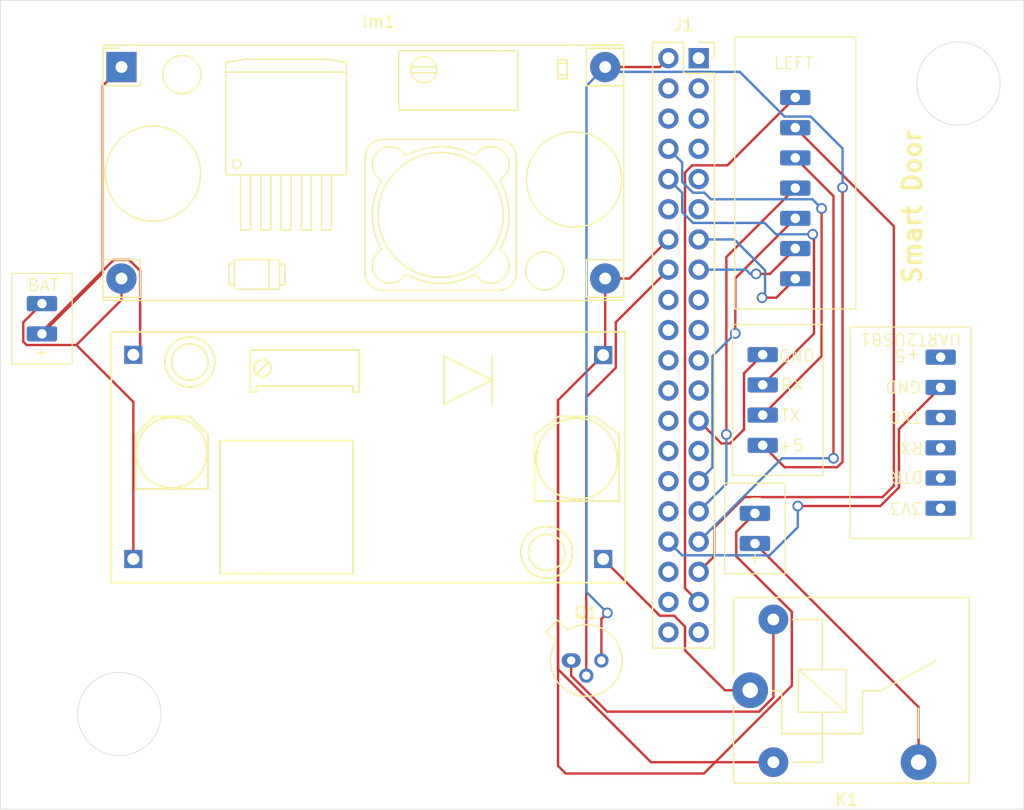
<source format=kicad_pcb>
(kicad_pcb (version 20241229) (generator "pcbnew") (generator_version "9.0")
  (layers (0 "F.Cu" signal) (2 "B.Cu" signal) (13 "F.Paste" user) (15 "B.Paste" user) (5 "F.SilkS" user "F.Silkscreen") (7 "B.SilkS" user "B.Silkscreen") (1 "F.Mask" user) (3 "B.Mask" user) (25 "Edge.Cuts" user))
  (net 0 "")
  (net 1 "GND1")
  (net 2 "+7.5V")
  (net 3 "/GPIO14{slash}TXD0")
  (net 4 "+5V")
  (net 5 "/GPIO15{slash}RXD0")
  (net 6 "GND")
  (net 7 "/GPIO24")
  (net 8 "/GPIO18{slash}PCM.CLK")
  (net 9 "/ID_SDA")
  (net 10 "/GPIO20{slash}PCM.DIN")
  (net 11 "/GPIO2{slash}SDA1")
  (net 12 "/GPIO27")
  (net 13 "/GPIO26")
  (net 14 "/GPIO13{slash}PWM1")
  (net 15 "/GPIO7{slash}SPI0.CE1")
  (net 16 "/GPIO22")
  (net 17 "/GPIO10{slash}SPI0.MOSI")
  (net 18 "/ID_SCL")
  (net 19 "/GPIO8{slash}SPI0.CE0")
  (net 20 "+3V3")
  (net 21 "/GPIO6")
  (net 22 "/GPIO5")
  (net 23 "/GPIO17")
  (net 24 "/GPIO23")
  (net 25 "/GPIO9{slash}SPI0.MISO")
  (net 26 "/GPIO3{slash}SCL1")
  (net 27 "/GPIO25")
  (net 28 "/GPIO21{slash}PCM.DOUT")
  (net 29 "/GPIO19{slash}PCM.FS")
  (net 30 "/GPIO16")
  (net 31 "/GPIO4{slash}GPCLK0")
  (net 32 "/GPIO12{slash}PWM0")
  (net 33 "/GPIO11{slash}SPI0.SCLK")
  (net 34 "Net-(Solenoid1-+)")
  (net 35 "Net-(Q1-E)")
  (net 36 "Net-(lm2-+OUT)")
  (net 37 "Net-(Fingerprint1-VIN_(3.3))")
  (net 39 "Net-(Fingerprint1-TX)")
  (net 41 "Net-(Fingerprint1-RX)")
  (footprint "Door:LM2596" (layer "F.Cu") (at 50.18 55.61)
    (property "Reference" "lm1" (at 21.59 -3.81 0) (layer "F.SilkS"))
    (property "Value" "~")
    (fp_line (start -1.555 -1.835) (end -1.555 19.615) (stroke (width 0.12)) (layer "F.SilkS"))
    (fp_line (start -1.555 19.615) (end 42.195 19.615) (stroke (width 0.12)) (layer "F.SilkS"))
    (fp_line (start -1.55 -1.58) (end -0.25 -1.58) (stroke (width 0.12)) (layer "F.SilkS"))
    (fp_line (start -1.55 1.575) (end 1.58 1.58) (stroke (width 0.12)) (layer "F.SilkS"))
    (fp_line (start -1.55 16.2) (end 1.58 16.2) (stroke (width 0.12)) (layer "F.SilkS"))
    (fp_line (start -1.55 19.36) (end 1.58 19.36) (stroke (width 0.12)) (layer "F.SilkS"))
    (fp_line (start 1.58 1.27) (end 1.58 1.58) (stroke (width 0.12)) (layer "F.SilkS"))
    (fp_line (start 1.58 16.2) (end 1.58 19.36) (stroke (width 0.12)) (layer "F.SilkS"))
    (fp_line (start 8.749233 1.004149) (end 8.749233 1.165687) (stroke (width 0.12)) (layer "F.SilkS"))
    (fp_line (start 8.750233 -0.36239) (end 10.400233 -0.653329) (stroke (width 0.12)) (layer "F.SilkS"))
    (fp_line (start 8.750233 8.989106) (end 8.750233 -0.36239) (stroke (width 0.12)) (layer "F.SilkS"))
    (fp_line (start 8.750233 8.989106) (end 8.827797 9.06667) (stroke (width 0.12)) (layer "F.SilkS"))
    (fp_line (start 8.827797 9.06667) (end 18.83267 9.06667) (stroke (width 0.12)) (layer "F.SilkS"))
    (fp_line (start 9.031636 16.558217) (end 9.481636 16.558217) (stroke (width 0.12)) (layer "F.SilkS"))
    (fp_line (start 9.031636 18.308217) (end 9.031636 16.558217) (stroke (width 0.12)) (layer "F.SilkS"))
    (fp_line (start 9.481636 18.308217) (end 9.031636 18.308217) (stroke (width 0.12)) (layer "F.SilkS"))
    (fp_line (start 9.481636 18.583217) (end 9.481636 16.283217) (stroke (width 0.12)) (layer "F.SilkS"))
    (fp_line (start 9.581636 16.183217) (end 13.181636 16.183217) (stroke (width 0.12)) (layer "F.SilkS"))
    (fp_line (start 10.010233 13.69667) (end 10.010233 9.06667) (stroke (width 0.12)) (layer "F.SilkS"))
    (fp_line (start 10.010233 13.69667) (end 10.850233 13.69667) (stroke (width 0.12)) (layer "F.SilkS"))
    (fp_line (start 10.400233 -0.653329) (end 17.260233 -0.653329) (stroke (width 0.12)) (layer "F.SilkS"))
    (fp_line (start 10.850233 13.69667) (end 10.850233 9.06667) (stroke (width 0.12)) (layer "F.SilkS"))
    (fp_line (start 11.710233 13.69667) (end 11.710233 9.06667) (stroke (width 0.12)) (layer "F.SilkS"))
    (fp_line (start 11.710233 13.69667) (end 12.550233 13.69667) (stroke (width 0.12)) (layer "F.SilkS"))
    (fp_line (start 12.411358 16.283217) (end 12.411358 18.583217) (stroke (width 0.12)) (layer "F.SilkS"))
    (fp_line (start 12.550233 13.69667) (end 12.550233 9.06667) (stroke (width 0.12)) (layer "F.SilkS"))
    (fp_line (start 13.181636 18.683217) (end 9.581636 18.683217) (stroke (width 0.12)) (layer "F.SilkS"))
    (fp_line (start 13.281636 16.283217) (end 13.281636 18.583217) (stroke (width 0.12)) (layer "F.SilkS"))
    (fp_line (start 13.281636 16.558217) (end 13.731636 16.558217) (stroke (width 0.12)) (layer "F.SilkS"))
    (fp_line (start 13.282636 16.794696) (end 13.282636 16.700144) (stroke (width 0.12)) (layer "F.SilkS"))
    (fp_line (start 13.410233 13.69667) (end 13.410233 9.06667) (stroke (width 0.12)) (layer "F.SilkS"))
    (fp_line (start 13.410233 13.69667) (end 14.250233 13.69667) (stroke (width 0.12)) (layer "F.SilkS"))
    (fp_line (start 13.731636 16.558217) (end 13.731636 18.308217) (stroke (width 0.12)) (layer "F.SilkS"))
    (fp_line (start 13.731636 18.308217) (end 13.281636 18.308217) (stroke (width 0.12)) (layer "F.SilkS"))
    (fp_line (start 14.250233 13.69667) (end 14.250233 9.06667) (stroke (width 0.12)) (layer "F.SilkS"))
    (fp_line (start 15.110233 13.69667) (end 15.110233 9.06667) (stroke (width 0.12)) (layer "F.SilkS"))
    (fp_line (start 15.110233 13.69667) (end 15.950233 13.69667) (stroke (width 0.12)) (layer "F.SilkS"))
    (fp_line (start 15.950233 13.69667) (end 15.950233 9.06667) (stroke (width 0.12)) (layer "F.SilkS"))
    (fp_line (start 16.810233 13.69667) (end 16.810233 9.06667) (stroke (width 0.12)) (layer "F.SilkS"))
    (fp_line (start 16.810233 13.69667) (end 17.650233 13.69667) (stroke (width 0.12)) (layer "F.SilkS"))
    (fp_line (start 17.260233 -0.653329) (end 18.910233 -0.36239) (stroke (width 0.12)) (layer "F.SilkS"))
    (fp_line (start 17.650233 13.69667) (end 17.650233 9.06667) (stroke (width 0.12)) (layer "F.SilkS"))
    (fp_line (start 18.83267 9.06667) (end 18.910233 8.989106) (stroke (width 0.12)) (layer "F.SilkS"))
    (fp_line (start 18.910233 0.42667) (end 8.750233 0.42667) (stroke (width 0.12)) (layer "F.SilkS"))
    (fp_line (start 18.910233 8.989106) (end 18.910233 -0.36239) (stroke (width 0.12)) (layer "F.SilkS"))
    (fp_line (start 20.467397 7.585796) (end 20.467397 17.285796) (stroke (width 0.12)) (layer "F.SilkS"))
    (fp_line (start 21.967397 18.785796) (end 31.667397 18.785796) (stroke (width 0.12)) (layer "F.SilkS"))
    (fp_line (start 23.299783 3.582294) (end 23.299783 -1.317705) (stroke (width 0.12)) (layer "F.SilkS"))
    (fp_line (start 23.349783 -1.367705) (end 33.249783 -1.367705) (stroke (width 0.12)) (layer "F.SilkS"))
    (fp_line (start 24.336385 -0.0491) (end 24.360553 -0.017705) (stroke (width 0.12)) (layer "F.SilkS"))
    (fp_line (start 24.348594 0.007294) (end 24.324147 0.002062) (stroke (width 0.12)) (layer "F.SilkS"))
    (fp_line (start 24.348594 0.007294) (end 24.355764 -0.023925) (stroke (width 0.12)) (layer "F.SilkS"))
    (fp_line (start 24.348594 0.007294) (end 24.360553 -0.017705) (stroke (width 0.12)) (layer "F.SilkS"))
    (fp_line (start 24.360553 0.482294) (end 26.439014 0.482294) (stroke (width 0.12)) (layer "F.SilkS"))
    (fp_line (start 26.439014 -0.017705) (end 24.360553 -0.017705) (stroke (width 0.12)) (layer "F.SilkS"))
    (fp_line (start 31.667397 6.085796) (end 21.967397 6.085796) (stroke (width 0.12)) (layer "F.SilkS"))
    (fp_line (start 31.858978 -1.368705) (end 31.814106 -1.368705) (stroke (width 0.12)) (layer "F.SilkS"))
    (fp_line (start 31.942312 -1.368705) (end 31.908357 -1.368705) (stroke (width 0.12)) (layer "F.SilkS"))
    (fp_line (start 33.167397 17.285796) (end 33.167397 7.585796) (stroke (width 0.12)) (layer "F.SilkS"))
    (fp_line (start 33.249783 3.632294) (end 23.349783 3.632294) (stroke (width 0.12)) (layer "F.SilkS"))
    (fp_line (start 33.299783 -1.317705) (end 33.299783 3.582294) (stroke (width 0.12)) (layer "F.SilkS"))
    (fp_line (start 36.648681 -0.299704) (end 37.448681 -0.299704) (stroke (width 0.12)) (layer "F.SilkS"))
    (fp_line (start 36.648681 0.980295) (end 36.648681 -0.619704) (stroke (width 0.12)) (layer "F.SilkS"))
    (fp_line (start 37.448681 -0.619704) (end 36.648681 -0.619704) (stroke (width 0.12)) (layer "F.SilkS"))
    (fp_line (start 37.448681 -0.619704) (end 37.448681 0.980295) (stroke (width 0.12)) (layer "F.SilkS"))
    (fp_line (start 37.448681 0.660295) (end 36.648681 0.660295) (stroke (width 0.12)) (layer "F.SilkS"))
    (fp_line (start 37.448681 0.980295) (end 36.648681 0.980295) (stroke (width 0.12)) (layer "F.SilkS"))
    (fp_line (start 39.06 -1.58) (end 42.175 -1.58) (stroke (width 0.12)) (layer "F.SilkS"))
    (fp_line (start 39.06 1.58) (end 39.06 -1.58) (stroke (width 0.12)) (layer "F.SilkS"))
    (fp_line (start 39.06 1.58) (end 42.22 1.58) (stroke (width 0.12)) (layer "F.SilkS"))
    (fp_line (start 39.06 16.2) (end 42.175 16.2) (stroke (width 0.12)) (layer "F.SilkS"))
    (fp_line (start 39.06 19.36) (end 39.06 16.2) (stroke (width 0.12)) (layer "F.SilkS"))
    (fp_line (start 39.06 19.36) (end 42.175 19.36) (stroke (width 0.12)) (layer "F.SilkS"))
    (fp_line (start 42.195 -1.835) (end -1.555 -1.835) (stroke (width 0.12)) (layer "F.SilkS"))
    (fp_line (start 42.195 19.615) (end 42.195 -1.835) (stroke (width 0.12)) (layer "F.SilkS"))
    (fp_arc (start 9.481636 16.283217) (mid 9.510925 16.212506) (end 9.581636 16.183217) (stroke (width 0.12)) (layer "F.SilkS"))
    (fp_arc (start 9.581636 18.683217) (mid 9.510925 18.653928) (end 9.481636 18.583217) (stroke (width 0.12)) (layer "F.SilkS"))
    (fp_arc (start 13.181636 16.183217) (mid 13.252347 16.212506) (end 13.281636 16.283217) (stroke (width 0.12)) (layer "F.SilkS"))
    (fp_arc (start 13.281636 18.583217) (mid 13.252347 18.653928) (end 13.181636 18.683217) (stroke (width 0.12)) (layer "F.SilkS"))
    (fp_arc (start 20.467397 7.585796) (mid 20.906737 6.525136) (end 21.967397 6.085796) (stroke (width 0.12)) (layer "F.SilkS"))
    (fp_arc (start 21.781131 9.46601) (mid 21.825145 9.526245) (end 21.815218 9.600183) (stroke (width 0.12)) (layer "F.SilkS"))
    (fp_arc (start 21.781132 9.466011) (mid 21.514096 7.132496) (end 23.847611 7.399531) (stroke (width 0.12)) (layer "F.SilkS"))
    (fp_arc (start 21.815217 15.271409) (mid 21.825145 15.345347) (end 21.781132 15.405582) (stroke (width 0.12)) (layer "F.SilkS"))
    (fp_arc (start 21.815218 15.27141) (mid 21.067397 12.435796) (end 21.815218 9.600183) (stroke (width 0.12)) (layer "F.SilkS"))
    (fp_arc (start 21.967397 18.785796) (mid 20.906737 18.346456) (end 20.467397 17.285796) (stroke (width 0.12)) (layer "F.SilkS"))
    (fp_arc (start 23.299783 -1.317705) (mid 23.314428 -1.35306) (end 23.349783 -1.367705) (stroke (width 0.12)) (layer "F.SilkS"))
    (fp_arc (start 23.349783 3.632294) (mid 23.314428 3.617649) (end 23.299783 3.582294) (stroke (width 0.12)) (layer "F.SilkS"))
    (fp_arc (start 23.847611 17.472062) (mid 21.514095 17.739097) (end 21.781132 15.405582) (stroke (width 0.12)) (layer "F.SilkS"))
    (fp_arc (start 23.847611 17.472062) (mid 23.907845 17.428049) (end 23.981783 17.437976) (stroke (width 0.12)) (layer "F.SilkS"))
    (fp_arc (start 23.981783 7.433617) (mid 23.907845 7.443544) (end 23.847611 7.399531) (stroke (width 0.12)) (layer "F.SilkS"))
    (fp_arc (start 23.981784 7.433617) (mid 26.817397 6.685796) (end 29.653011 7.433617) (stroke (width 0.12)) (layer "F.SilkS"))
    (fp_arc (start 24.324148 0.462527) (mid 26.469605 -0.023594) (end 24.336385 0.51369) (stroke (width 0.12)) (layer "F.SilkS"))
    (fp_arc (start 29.653011 17.437976) (mid 26.817397 18.185797) (end 23.981783 17.437976) (stroke (width 0.12)) (layer "F.SilkS"))
    (fp_arc (start 29.653011 17.437976) (mid 29.726949 17.428049) (end 29.787183 17.472062) (stroke (width 0.12)) (layer "F.SilkS"))
    (fp_arc (start 29.787183 7.399531) (mid 29.726949 7.443544) (end 29.653011 7.433617) (stroke (width 0.12)) (layer "F.SilkS"))
    (fp_arc (start 29.787183 7.399531) (mid 32.120699 7.132496) (end 31.853662 9.466011) (stroke (width 0.12)) (layer "F.SilkS"))
    (fp_arc (start 31.667397 6.085796) (mid 32.728057 6.525136) (end 33.167397 7.585796) (stroke (width 0.12)) (layer "F.SilkS"))
    (fp_arc (start 31.819576 9.600183) (mid 32.567397 12.435796) (end 31.819576 15.27141) (stroke (width 0.12)) (layer "F.SilkS"))
    (fp_arc (start 31.819577 9.600184) (mid 31.809649 9.526246) (end 31.853662 9.466011) (stroke (width 0.12)) (layer "F.SilkS"))
    (fp_arc (start 31.853662 15.405582) (mid 32.120698 17.739097) (end 29.787183 17.472062) (stroke (width 0.12)) (layer "F.SilkS"))
    (fp_arc (start 31.853663 15.405583) (mid 31.809649 15.345348) (end 31.819576 15.27141) (stroke (width 0.12)) (layer "F.SilkS"))
    (fp_arc (start 33.167397 17.285796) (mid 32.728057 18.346456) (end 31.667397 18.785796) (stroke (width 0.12)) (layer "F.SilkS"))
    (fp_arc (start 33.249783 -1.367705) (mid 33.285138 -1.35306) (end 33.299783 -1.317705) (stroke (width 0.12)) (layer "F.SilkS"))
    (fp_arc (start 33.299783 3.582294) (mid 33.285138 3.617649) (end 33.249783 3.632294) (stroke (width 0.12)) (layer "F.SilkS"))
    (fp_circle (center 2.646666 8.957418) (end 6.646666 8.957418) (stroke (width 0.12)) (fill no) (layer "F.SilkS"))
    (fp_circle (center 5.08 0.635) (end 6.678999 0.635) (stroke (width 0.12)) (fill no) (layer "F.SilkS"))
    (fp_circle (center 9.673179 8.154594) (end 10.048179 8.154594) (stroke (width 0.12)) (fill no) (layer "F.SilkS"))
    (fp_circle (center 26.817397 12.435796) (end 32.067397 12.435796) (stroke (width 0.12)) (fill no) (layer "F.SilkS"))
    (fp_circle (center 35.56 17.145) (end 37.159 17.145) (stroke (width 0.12)) (fill no) (layer "F.SilkS"))
    (fp_circle (center 38.029307 9.455206) (end 42.029307 9.455206) (stroke (width 0.12)) (fill no) (layer "F.SilkS"))
    (pad "1" thru_hole rect (at 0 0) (size 2.54 2.54) (drill 1) (layers "*.Cu" "*.Mask") (net 2 "+7.5V"))
    (pad "2" thru_hole circle (at 0 17.78) (size 2.54 2.54) (drill 1) (layers "*.Cu" "*.Mask") (net 1 "GND1"))
    (pad "3" thru_hole circle (at 40.64 17.78) (size 2.54 2.54) (drill 1) (layers "*.Cu" "*.Mask") (net 6 "GND"))
    (pad "4" thru_hole circle (at 40.64 0) (size 2.54 2.54) (drill 1) (layers "*.Cu" "*.Mask") (net 4 "+5V"))
  )
  (footprint "Door:Keypad" (layer "F.Cu") (at 101.71 75.95)
    (property "Reference" "Keypad1" (hide yes))
    (property "Value" "~")
    (fp_rect (start 0 -22.86) (end 10.16 0) (stroke (width 0.1)) (fill no) (layer "F.SilkS"))
    (fp_text user "LEFT" (at 3.195485 -20.076868 0) (layer "F.SilkS") (effects (font (thickness 0.1)) (justify left bottom)))
    (pad "2" thru_hole roundrect (at 5.08 -17.78) (size 2.54 1.27) (drill 0.8) (layers "*.Cu" "*.Mask") (roundrect_rratio 0.15) (net 13 "/GPIO26"))
    (pad "3" thru_hole roundrect (at 5.08 -15.24) (size 2.54 1.27) (drill 0.8) (layers "*.Cu" "*.Mask") (roundrect_rratio 0.15) (net 29 "/GPIO19{slash}PCM.FS"))
    (pad "4" thru_hole roundrect (at 5.08 -12.7) (size 2.54 1.27) (drill 0.8) (layers "*.Cu" "*.Mask") (roundrect_rratio 0.15) (net 14 "/GPIO13{slash}PWM1"))
    (pad "5" thru_hole roundrect (at 5.08 -10.16) (size 2.54 1.27) (drill 0.8) (layers "*.Cu" "*.Mask") (roundrect_rratio 0.15) (net 21 "/GPIO6"))
    (pad "6" thru_hole roundrect (at 5.08 -7.62) (size 2.54 1.27) (drill 0.8) (layers "*.Cu" "*.Mask") (roundrect_rratio 0.15) (net 22 "/GPIO5"))
    (pad "7" thru_hole roundrect (at 5.08 -5.08) (size 2.54 1.27) (drill 0.8) (layers "*.Cu" "*.Mask") (roundrect_rratio 0.15) (net 16 "/GPIO22"))
    (pad "8" thru_hole roundrect (at 5.08 -2.54) (size 2.54 1.27) (drill 0.8) (layers "*.Cu" "*.Mask") (roundrect_rratio 0.15) (net 12 "/GPIO27"))
  )
  (footprint "Door:Battery" (layer "F.Cu") (at 48.58 83.12)
    (property "Reference" "Bat1" (hide yes))
    (property "Value" "~")
    (fp_rect (start -7.62 -10.16) (end -2.54 -2.54) (stroke (width 0.1)) (fill no) (layer "F.SilkS"))
    (fp_text user "+" (at -5.808039 -2.956447 0) (layer "F.SilkS") (effects (font (thickness 0.1)) (justify left bottom)))
    (fp_text user "BAT" (at -6.354274 -8.580186 0) (layer "F.SilkS") (effects (font (thickness 0.1)) (justify left bottom)))
    (pad "1" thru_hole roundrect (at -5.08 -5.08) (size 2.54 1.27) (drill 0.8) (layers "*.Cu" "*.Mask") (roundrect_rratio 0.15) (net 2 "+7.5V"))
    (pad "2" thru_hole roundrect (at -5.08 -7.62) (size 2.54 1.27) (drill 0.8) (layers "*.Cu" "*.Mask") (roundrect_rratio 0.15) (net 1 "GND1"))
  )
  (footprint "Connector_PinSocket_2.54mm:PinSocket_2x20_P2.54mm_Vertical" (layer "F.Cu") (at 98.675 54.865)
    (property "Reference" "J1" (at -1.27 -2.77 0) (layer "F.SilkS"))
    (property "Value" "GPIO")
    (fp_line (start -3.87 -1.33) (end -3.87 49.59) (stroke (width 0.12)) (layer "F.SilkS"))
    (fp_line (start -3.87 -1.33) (end -1.27 -1.33) (stroke (width 0.12)) (layer "F.SilkS"))
    (fp_line (start -3.87 49.59) (end 1.33 49.59) (stroke (width 0.12)) (layer "F.SilkS"))
    (fp_line (start -1.27 -1.33) (end -1.27 1.27) (stroke (width 0.12)) (layer "F.SilkS"))
    (fp_line (start -1.27 1.27) (end 1.33 1.27) (stroke (width 0.12)) (layer "F.SilkS"))
    (fp_line (start 0 -1.33) (end 1.33 -1.33) (stroke (width 0.12)) (layer "F.SilkS"))
    (fp_line (start 1.33 -1.33) (end 1.33 0) (stroke (width 0.12)) (layer "F.SilkS"))
    (fp_line (start 1.33 1.27) (end 1.33 49.59) (stroke (width 0.12)) (layer "F.SilkS"))
    (pad "1" thru_hole rect (at 0 0) (size 1.7 1.7) (drill 1) (layers "*.Cu" "*.Mask") (net 20 "+3V3"))
    (pad "2" thru_hole circle (at -2.54 0) (size 1.7 1.7) (drill 1) (layers "*.Cu" "*.Mask") (net 4 "+5V"))
    (pad "3" thru_hole circle (at 0 2.54) (size 1.7 1.7) (drill 1) (layers "*.Cu" "*.Mask") (net 11 "/GPIO2{slash}SDA1"))
    (pad "4" thru_hole circle (at -2.54 2.54) (size 1.7 1.7) (drill 1) (layers "*.Cu" "*.Mask") (net 4 "+5V"))
    (pad "5" thru_hole circle (at 0 5.08) (size 1.7 1.7) (drill 1) (layers "*.Cu" "*.Mask") (net 26 "/GPIO3{slash}SCL1"))
    (pad "6" thru_hole circle (at -2.54 5.08) (size 1.7 1.7) (drill 1) (layers "*.Cu" "*.Mask") (net 6 "GND"))
    (pad "7" thru_hole circle (at 0 7.62) (size 1.7 1.7) (drill 1) (layers "*.Cu" "*.Mask") (net 31 "/GPIO4{slash}GPCLK0"))
    (pad "8" thru_hole circle (at -2.54 7.62) (size 1.7 1.7) (drill 1) (layers "*.Cu" "*.Mask") (net 3 "/GPIO14{slash}TXD0"))
    (pad "9" thru_hole circle (at 0 10.16) (size 1.7 1.7) (drill 1) (layers "*.Cu" "*.Mask") (net 6 "GND"))
    (pad "10" thru_hole circle (at -2.54 10.16) (size 1.7 1.7) (drill 1) (layers "*.Cu" "*.Mask") (net 5 "/GPIO15{slash}RXD0"))
    (pad "11" thru_hole circle (at 0 12.7) (size 1.7 1.7) (drill 1) (layers "*.Cu" "*.Mask") (net 23 "/GPIO17"))
    (pad "12" thru_hole circle (at -2.54 12.7) (size 1.7 1.7) (drill 1) (layers "*.Cu" "*.Mask") (net 8 "/GPIO18{slash}PCM.CLK"))
    (pad "13" thru_hole circle (at 0 15.24) (size 1.7 1.7) (drill 1) (layers "*.Cu" "*.Mask") (net 12 "/GPIO27"))
    (pad "14" thru_hole circle (at -2.54 15.24) (size 1.7 1.7) (drill 1) (layers "*.Cu" "*.Mask") (net 6 "GND"))
    (pad "15" thru_hole circle (at 0 17.78) (size 1.7 1.7) (drill 1) (layers "*.Cu" "*.Mask") (net 16 "/GPIO22"))
    (pad "16" thru_hole circle (at -2.54 17.78) (size 1.7 1.7) (drill 1) (layers "*.Cu" "*.Mask") (net 24 "/GPIO23"))
    (pad "17" thru_hole circle (at 0 20.32) (size 1.7 1.7) (drill 1) (layers "*.Cu" "*.Mask") (net 20 "+3V3"))
    (pad "18" thru_hole circle (at -2.54 20.32) (size 1.7 1.7) (drill 1) (layers "*.Cu" "*.Mask") (net 7 "/GPIO24"))
    (pad "19" thru_hole circle (at 0 22.86) (size 1.7 1.7) (drill 1) (layers "*.Cu" "*.Mask") (net 17 "/GPIO10{slash}SPI0.MOSI"))
    (pad "20" thru_hole circle (at -2.54 22.86) (size 1.7 1.7) (drill 1) (layers "*.Cu" "*.Mask") (net 6 "GND"))
    (pad "21" thru_hole circle (at 0 25.4) (size 1.7 1.7) (drill 1) (layers "*.Cu" "*.Mask") (net 25 "/GPIO9{slash}SPI0.MISO"))
    (pad "22" thru_hole circle (at -2.54 25.4) (size 1.7 1.7) (drill 1) (layers "*.Cu" "*.Mask") (net 27 "/GPIO25"))
    (pad "23" thru_hole circle (at 0 27.94) (size 1.7 1.7) (drill 1) (layers "*.Cu" "*.Mask") (net 33 "/GPIO11{slash}SPI0.SCLK"))
    (pad "24" thru_hole circle (at -2.54 27.94) (size 1.7 1.7) (drill 1) (layers "*.Cu" "*.Mask") (net 19 "/GPIO8{slash}SPI0.CE0"))
    (pad "25" thru_hole circle (at 0 30.48) (size 1.7 1.7) (drill 1) (layers "*.Cu" "*.Mask") (net 6 "GND"))
    (pad "26" thru_hole circle (at -2.54 30.48) (size 1.7 1.7) (drill 1) (layers "*.Cu" "*.Mask") (net 15 "/GPIO7{slash}SPI0.CE1"))
    (pad "27" thru_hole circle (at 0 33.02) (size 1.7 1.7) (drill 1) (layers "*.Cu" "*.Mask") (net 9 "/ID_SDA"))
    (pad "28" thru_hole circle (at -2.54 33.02) (size 1.7 1.7) (drill 1) (layers "*.Cu" "*.Mask") (net 18 "/ID_SCL"))
    (pad "29" thru_hole circle (at 0 35.56) (size 1.7 1.7) (drill 1) (layers "*.Cu" "*.Mask") (net 22 "/GPIO5"))
    (pad "30" thru_hole circle (at -2.54 35.56) (size 1.7 1.7) (drill 1) (layers "*.Cu" "*.Mask") (net 6 "GND"))
    (pad "31" thru_hole circle (at 0 38.1) (size 1.7 1.7) (drill 1) (layers "*.Cu" "*.Mask") (net 21 "/GPIO6"))
    (pad "32" thru_hole circle (at -2.54 38.1) (size 1.7 1.7) (drill 1) (layers "*.Cu" "*.Mask") (net 32 "/GPIO12{slash}PWM0"))
    (pad "33" thru_hole circle (at 0 40.64) (size 1.7 1.7) (drill 1) (layers "*.Cu" "*.Mask") (net 14 "/GPIO13{slash}PWM1"))
    (pad "34" thru_hole circle (at -2.54 40.64) (size 1.7 1.7) (drill 1) (layers "*.Cu" "*.Mask") (net 6 "GND"))
    (pad "35" thru_hole circle (at 0 43.18) (size 1.7 1.7) (drill 1) (layers "*.Cu" "*.Mask") (net 29 "/GPIO19{slash}PCM.FS"))
    (pad "36" thru_hole circle (at -2.54 43.18) (size 1.7 1.7) (drill 1) (layers "*.Cu" "*.Mask") (net 30 "/GPIO16"))
    (pad "37" thru_hole circle (at 0 45.72) (size 1.7 1.7) (drill 1) (layers "*.Cu" "*.Mask") (net 13 "/GPIO26"))
    (pad "38" thru_hole circle (at -2.54 45.72) (size 1.7 1.7) (drill 1) (layers "*.Cu" "*.Mask") (net 10 "/GPIO20{slash}PCM.DIN"))
    (pad "39" thru_hole circle (at 0 48.26) (size 1.7 1.7) (drill 1) (layers "*.Cu" "*.Mask") (net 6 "GND"))
    (pad "40" thru_hole circle (at -2.54 48.26) (size 1.7 1.7) (drill 1) (layers "*.Cu" "*.Mask") (net 28 "/GPIO21{slash}PCM.DOUT"))
  )
  (footprint "Door:Camera" (layer "F.Cu") (at 106.59 97.57)
    (property "Reference" "Camera1" (hide yes))
    (property "Value" "~")
    (fp_rect (start -5.08 -20.32) (end 2.54 -7.62) (stroke (width 0.1)) (fill no) (layer "F.SilkS"))
    (fp_text user "RX" (at -1.095831 -14.640129 0) (layer "F.SilkS") (effects (font (thickness 0.1)) (justify left bottom)))
    (fp_text user "+5" (at -1.319859 -9.562159 0) (layer "F.SilkS") (effects (font (thickness 0.1)) (justify left bottom)))
    (fp_text user "TX" (at -1.120723 -12.076252 0) (layer "F.SilkS") (effects (font (thickness 0.1)) (justify left bottom)))
    (fp_text user "GND" (at -1.27 -17.079545 0) (layer "F.SilkS") (effects (font (thickness 0.1)) (justify left bottom)))
    (pad "1" thru_hole roundrect (at -2.54 -10.16) (size 2.54 1.27) (drill 0.8) (layers "*.Cu" "*.Mask") (roundrect_rratio 0.15) (net 4 "+5V"))
    (pad "2" thru_hole roundrect (at -2.54 -12.7) (size 2.54 1.27) (drill 0.8) (layers "*.Cu" "*.Mask") (roundrect_rratio 0.15) (net 3 "/GPIO14{slash}TXD0"))
    (pad "3" thru_hole roundrect (at -2.54 -15.24) (size 2.54 1.27) (drill 0.8) (layers "*.Cu" "*.Mask") (roundrect_rratio 0.15) (net 5 "/GPIO15{slash}RXD0"))
    (pad "4" thru_hole roundrect (at -2.54 -17.78) (size 2.54 1.27) (drill 0.8) (layers "*.Cu" "*.Mask") (roundrect_rratio 0.15) (net 6 "GND"))
  )
  (footprint "Package_TO_SOT_THT:TO-18-3" (layer "F.Cu") (at 87.96 105.5)
    (property "Reference" "Q1" (at 1.27 -4.01 0) (layer "F.SilkS"))
    (property "Value" "BC107")
    (fp_line (start -2.130108 -2.424301) (end -1.289618 -1.583811) (stroke (width 0.12)) (layer "F.SilkS"))
    (fp_line (start -1.154301 -3.400108) (end -2.130108 -2.424301) (stroke (width 0.12)) (layer "F.SilkS"))
    (fp_line (start -0.313811 -2.559618) (end -1.154301 -3.400108) (stroke (width 0.12)) (layer "F.SilkS"))
    (fp_arc (start -0.313811 -2.559618) (mid 3.398391 2.128391) (end -1.289618 -1.583811) (stroke (width 0.12)) (layer "F.SilkS"))
    (pad "1" thru_hole oval (at 0 0) (size 1.6 1.2) (drill 0.7) (layers "*.Cu" "*.Mask") (net 35 "Net-(Q1-E)"))
    (pad "2" thru_hole circle (at 1.27 1.27) (size 1.2 1.2) (drill 0.7) (layers "*.Cu" "*.Mask") (net 24 "/GPIO23"))
    (pad "3" thru_hole circle (at 2.54 0) (size 1.2 1.2) (drill 0.7) (layers "*.Cu" "*.Mask") (net 4 "+5V"))
  )
  (footprint "Relay_THT:Relay_SPST_SANYOU_SRD_Series_Form_A" (layer "F.Cu") (at 103 108)
    (property "Reference" "K1" (at 8.1 9.2 0) (layer "F.SilkS"))
    (property "Value" "SANYOU_SRD_Form_A" (hide yes))
    (fp_line (start -1.4 -7.8) (end -1.4 -1.2) (stroke (width 0.12)) (layer "F.SilkS"))
    (fp_line (start -1.4 -7.8) (end 18.4 -7.8) (stroke (width 0.12)) (layer "F.SilkS"))
    (fp_line (start -1.4 1.2) (end -1.4 7.8) (stroke (width 0.12)) (layer "F.SilkS"))
    (fp_line (start 2.65 0.05) (end 1.85 0.05) (stroke (width 0.12)) (layer "F.SilkS"))
    (fp_line (start 2.65 0.05) (end 2.65 3.65) (stroke (width 0.12)) (layer "F.SilkS"))
    (fp_line (start 3.55 6.05) (end 6.05 6.05) (stroke (width 0.12)) (layer "F.SilkS"))
    (fp_line (start 4.05 -1.75) (end 8.05 -1.75) (stroke (width 0.12)) (layer "F.SilkS"))
    (fp_line (start 4.05 1.85) (end 4.05 -1.75) (stroke (width 0.12)) (layer "F.SilkS"))
    (fp_line (start 6.05 -5.95) (end 3.55 -5.95) (stroke (width 0.12)) (layer "F.SilkS"))
    (fp_line (start 6.05 -5.95) (end 6.05 -1.75) (stroke (width 0.12)) (layer "F.SilkS"))
    (fp_line (start 6.05 1.85) (end 6.05 6.05) (stroke (width 0.12)) (layer "F.SilkS"))
    (fp_line (start 8.05 -1.75) (end 8.05 1.85) (stroke (width 0.12)) (layer "F.SilkS"))
    (fp_line (start 8.05 1.85) (end 4.05 -1.75) (stroke (width 0.12)) (layer "F.SilkS"))
    (fp_line (start 8.05 1.85) (end 4.05 1.85) (stroke (width 0.12)) (layer "F.SilkS"))
    (fp_line (start 9.45 0.05) (end 9.45 3.65) (stroke (width 0.12)) (layer "F.SilkS"))
    (fp_line (start 9.45 0.05) (end 10.95 0.05) (stroke (width 0.12)) (layer "F.SilkS"))
    (fp_line (start 9.45 3.65) (end 2.65 3.65) (stroke (width 0.12)) (layer "F.SilkS"))
    (fp_line (start 10.95 0.05) (end 15.55 -2.45) (stroke (width 0.12)) (layer "F.SilkS"))
    (fp_line (start 14.15 1.5) (end 14.15 4) (stroke (width 0.12)) (layer "F.SilkS"))
    (fp_line (start 18.4 -7.8) (end 18.4 7.8) (stroke (width 0.12)) (layer "F.SilkS"))
    (fp_line (start 18.4 7.8) (end -1.4 7.8) (stroke (width 0.12)) (layer "F.SilkS"))
    (pad "1" thru_hole circle (at 0 0 90) (size 3 3) (drill 1.3) (layers "*.Cu" "*.Mask") (net 36 "Net-(lm2-+OUT)"))
    (pad "2" thru_hole circle (at 1.95 6.05 90) (size 2.5 2.5) (drill 1) (layers "*.Cu" "*.Mask") (net 6 "GND"))
    (pad "3" thru_hole circle (at 14.15 6.05 90) (size 3 3) (drill 1.3) (layers "*.Cu" "*.Mask") (net 34 "Net-(Solenoid1-+)"))
    (pad "5" thru_hole circle (at 1.95 -5.95 90) (size 2.5 2.5) (drill 1) (layers "*.Cu" "*.Mask") (net 35 "Net-(Q1-E)"))
  )
  (footprint "Door:XL6009_module" (layer "F.Cu") (at 92.5025 98.9535)
    (property "Reference" "lm2" (hide yes))
    (property "Value" "~")
    (fp_line (start -43.18 -21.082) (end 0 -21.082) (stroke (width 0.15)) (layer "F.SilkS"))
    (fp_line (start -43.18 0) (end -43.18 -21.082) (stroke (width 0.15)) (layer "F.SilkS"))
    (fp_line (start -41.148 -12.446) (end -41.148 -7.874) (stroke (width 0.15)) (layer "F.SilkS"))
    (fp_line (start -41.148 -7.874) (end -35.052 -7.874) (stroke (width 0.15)) (layer "F.SilkS"))
    (fp_line (start -39.624 -13.97) (end -41.148 -12.446) (stroke (width 0.15)) (layer "F.SilkS"))
    (fp_line (start -36.576 -13.97) (end -39.624 -13.97) (stroke (width 0.15)) (layer "F.SilkS"))
    (fp_line (start -35.052 -12.446) (end -36.576 -13.97) (stroke (width 0.15)) (layer "F.SilkS"))
    (fp_line (start -35.052 -7.874) (end -35.052 -12.446) (stroke (width 0.15)) (layer "F.SilkS"))
    (fp_line (start -34.036 -11.938) (end -22.86 -11.938) (stroke (width 0.15)) (layer "F.SilkS"))
    (fp_line (start -34.036 -0.762) (end -34.036 -11.938) (stroke (width 0.15)) (layer "F.SilkS"))
    (fp_line (start -33.02 -0.762) (end -34.036 -0.762) (stroke (width 0.15)) (layer "F.SilkS"))
    (fp_line (start -31.496 -19.558) (end -31.496 -16.002) (stroke (width 0.15)) (layer "F.SilkS"))
    (fp_line (start -31.496 -16.002) (end -30.988 -16.002) (stroke (width 0.15)) (layer "F.SilkS"))
    (fp_line (start -30.988 -17.526) (end -29.972 -18.542) (stroke (width 0.15)) (layer "F.SilkS"))
    (fp_line (start -30.988 -16.51) (end -22.86 -16.51) (stroke (width 0.15)) (layer "F.SilkS"))
    (fp_line (start -30.988 -16.002) (end -30.988 -16.51) (stroke (width 0.15)) (layer "F.SilkS"))
    (fp_line (start -30.988 -0.762) (end -33.02 -0.762) (stroke (width 0.15)) (layer "F.SilkS"))
    (fp_line (start -22.86 -16.51) (end -22.86 -16.002) (stroke (width 0.15)) (layer "F.SilkS"))
    (fp_line (start -22.86 -16.002) (end -22.352 -16.002) (stroke (width 0.15)) (layer "F.SilkS"))
    (fp_line (start -22.86 -11.938) (end -22.86 -10.414) (stroke (width 0.15)) (layer "F.SilkS"))
    (fp_line (start -22.86 -10.922) (end -22.86 -0.762) (stroke (width 0.15)) (layer "F.SilkS"))
    (fp_line (start -22.86 -0.762) (end -30.988 -0.762) (stroke (width 0.15)) (layer "F.SilkS"))
    (fp_line (start -22.352 -19.558) (end -31.496 -19.558) (stroke (width 0.15)) (layer "F.SilkS"))
    (fp_line (start -22.352 -16.002) (end -22.352 -19.558) (stroke (width 0.15)) (layer "F.SilkS"))
    (fp_line (start -15.24 -19.05) (end -15.24 -14.986) (stroke (width 0.15)) (layer "F.SilkS"))
    (fp_line (start -15.24 -14.986) (end -11.176 -17.018) (stroke (width 0.15)) (layer "F.SilkS"))
    (fp_line (start -11.176 -19.05) (end -11.176 -14.986) (stroke (width 0.15)) (layer "F.SilkS"))
    (fp_line (start -11.176 -17.018) (end -15.24 -19.05) (stroke (width 0.15)) (layer "F.SilkS"))
    (fp_line (start -7.62 -12.446) (end -5.588 -13.97) (stroke (width 0.15)) (layer "F.SilkS"))
    (fp_line (start -7.62 -6.858) (end -7.62 -12.446) (stroke (width 0.15)) (layer "F.SilkS"))
    (fp_line (start -5.588 -13.97) (end -2.54 -13.97) (stroke (width 0.15)) (layer "F.SilkS"))
    (fp_line (start -2.54 -13.97) (end -0.508 -12.446) (stroke (width 0.15)) (layer "F.SilkS"))
    (fp_line (start -0.508 -12.446) (end -0.508 -6.858) (stroke (width 0.15)) (layer "F.SilkS"))
    (fp_line (start -0.508 -6.858) (end -7.62 -6.858) (stroke (width 0.15)) (layer "F.SilkS"))
    (fp_line (start 0 0) (end -43.18 0) (stroke (width 0.15)) (layer "F.SilkS"))
    (fp_line (start 0 0) (end 0 -21.082) (stroke (width 0.15)) (layer "F.SilkS"))
    (fp_circle (center -38.1 -10.922) (end -35.56 -12.446) (stroke (width 0.15)) (fill no) (layer "F.SilkS"))
    (fp_circle (center -36.576 -18.542) (end -37.084 -20.574) (stroke (width 0.15)) (fill no) (layer "F.SilkS"))
    (fp_circle (center -36.576 -18.542) (end -36.576 -20.066) (stroke (width 0.15)) (fill no) (layer "F.SilkS"))
    (fp_circle (center -30.48 -18.034) (end -29.972 -18.542) (stroke (width 0.15)) (fill no) (layer "F.SilkS"))
    (fp_circle (center -6.604 -2.54) (end -6.604 -1.016) (stroke (width 0.15)) (fill no) (layer "F.SilkS"))
    (fp_circle (center -6.604 -2.54) (end -5.842 -0.508) (stroke (width 0.15)) (fill no) (layer "F.SilkS"))
    (fp_circle (center -4.064 -10.414) (end -1.016 -11.938) (stroke (width 0.15)) (fill no) (layer "F.SilkS"))
    (pad "1" thru_hole rect (at -41.3258 -19.1516) (size 1.524 1.524) (drill 1) (layers "*.Cu" "*.Mask") (net 2 "+7.5V"))
    (pad "2" thru_hole rect (at -41.3258 -1.9812) (size 1.524 1.524) (drill 1) (layers "*.Cu" "*.Mask") (net 1 "GND1"))
    (pad "3" thru_hole rect (at -1.8542 -1.9812) (size 1.524 1.524) (drill 1) (layers "*.Cu" "*.Mask") (net 36 "Net-(lm2-+OUT)"))
    (pad "4" thru_hole rect (at -1.8542 -19.1262) (size 1.524 1.524) (drill 1) (layers "*.Cu" "*.Mask") (net 6 "GND"))
  )
  (footprint "Door:CP2102" (layer "F.Cu") (at 116.46 77.46 180)
    (property "Reference" "UART2USB1" (at 0 -1.04 180) (layer "F.SilkS") (effects (font (thickness 0.1))))
    (property "Value" "~")
    (fp_rect (start -5.08 -17.78) (end 5.08 0) (stroke (width 0.1)) (fill no) (layer "F.SilkS"))
    (fp_text user "TXD" (at -0.977673 -6.97846 180) (layer "F.SilkS") (effects (font (thickness 0.1)) (justify left bottom)))
    (fp_text user "+5" (at -0.934021 -1.805752 180) (layer "F.SilkS") (effects (font (thickness 0.1)) (justify left bottom)))
    (fp_text user "DTR" (at -1.130453 -12.020214 180) (layer "F.SilkS") (effects (font (thickness 0.1)) (justify left bottom)))
    (fp_text user "RXI" (at -1.130453 -9.575727 180) (layer "F.SilkS") (effects (font (thickness 0.1)) (justify left bottom)))
    (fp_text user "GND" (at -0.999498 -4.424845 180) (layer "F.SilkS") (effects (font (thickness 0.1)) (justify left bottom)))
    (fp_text user "3V3" (at -1.086801 -14.639307 180) (layer "F.SilkS") (effects (font (thickness 0.1)) (justify left bottom)))
    (pad "1" thru_hole roundrect (at -2.54 -2.54 180) (size 2.54 1.27) (drill 0.8) (layers "*.Cu" "*.Mask") (roundrect_rratio 0.15))
    (pad "2" thru_hole roundrect (at -2.54 -5.08 180) (size 2.54 1.27) (drill 0.8) (layers "*.Cu" "*.Mask") (roundrect_rratio 0.15) (net 6 "GND"))
    (pad "3" thru_hole roundrect (at -2.54 -7.62 180) (size 2.54 1.27) (drill 0.8) (layers "*.Cu" "*.Mask") (roundrect_rratio 0.15) (net 41 "Net-(Fingerprint1-RX)"))
    (pad "4" thru_hole roundrect (at -2.54 -10.16 180) (size 2.54 1.27) (drill 0.8) (layers "*.Cu" "*.Mask") (roundrect_rratio 0.15) (net 39 "Net-(Fingerprint1-TX)"))
    (pad "5" thru_hole roundrect (at -2.54 -12.7 180) (size 2.54 1.27) (drill 0.8) (layers "*.Cu" "*.Mask") (roundrect_rratio 0.15))
    (pad "6" thru_hole roundrect (at -2.54 -15.24 180) (size 2.54 1.27) (drill 0.8) (layers "*.Cu" "*.Mask") (roundrect_rratio 0.15) (net 37 "Net-(Fingerprint1-VIN_(3.3))"))
  )
  (footprint "Door:Solenoid" (layer "F.Cu") (at 105.94 98.21)
    (property "Reference" "Solenoid1" (hide yes))
    (property "Value" "~" (hide yes))
    (fp_rect (start -5.08 -7.62) (end 0 0) (stroke (width 0.1)) (fill no) (layer "F.SilkS"))
    (fp_text user "+" (at -3.2 -0.8 0) (layer "F.SilkS") (effects (font (thickness 0.1)) (justify left bottom)))
    (fp_text user "-" (at -3.147697 -5.843248 0) (layer "F.SilkS") (effects (font (thickness 0.1)) (justify left bottom)))
    (pad "1" thru_hole roundrect (at -2.54 -2.54) (size 2.54 1.27) (drill 0.8) (layers "*.Cu" "*.Mask") (roundrect_rratio 0.15) (net 34 "Net-(Solenoid1-+)"))
    (pad "2" thru_hole roundrect (at -2.54 -5.08) (size 2.54 1.27) (drill 0.8) (layers "*.Cu" "*.Mask") (roundrect_rratio 0.15) (net 6 "GND"))
  )
  (gr_rect (start 40 50) (end 126 118) (stroke (width 0.05)) (fill no) (layer "Edge.Cuts"))
  (gr_circle (center 120.5 57) (end 124 57) (stroke (width 0.05)) (fill no) (layer "Edge.Cuts"))
  (gr_circle (center 50 110) (end 53.5 110) (stroke (width 0.05)) (fill no) (layer "Edge.Cuts"))
  (gr_text "Smart Door\n" (at 117.5 74 90) (layer "F.SilkS") (effects (font (size 1.5 1.5) (thickness 0.3) (bold yes)) (justify left bottom)))
  (segment (start 42.211634 78.976) (end 41.929 78.693366) (width 0.2) (layer "F.Cu") (net 1))
  (segment (start 41.929 77.071) (end 43.5 75.5) (width 0.2) (layer "F.Cu") (net 1))
  (segment (start 41.929 78.693366) (end 41.929 77.071) (width 0.2) (layer "F.Cu") (net 1))
  (segment (start 51.1767 96.9723) (end 51.1767 83.762649) (width 0.2) (layer "F.Cu") (net 1))
  (segment (start 51.1767 83.762649) (end 46.390051 78.976) (width 0.2) (layer "F.Cu") (net 1))
  (segment (start 50.18 73.39) (end 50.18 75.186051) (width 0.2) (layer "F.Cu") (net 1))
  (segment (start 50.18 75.186051) (end 46.390051 78.976) (width 0.2) (layer "F.Cu") (net 1))
  (segment (start 46.390051 78.976) (end 42.211634 78.976) (width 0.2) (layer "F.Cu") (net 1))
  (segment (start 51.751 79.2276) (end 51.751 72.73927) (width 0.2) (layer "F.Cu") (net 2))
  (segment (start 51.751 72.73927) (end 50.83073 71.819) (width 0.2) (layer "F.Cu") (net 2))
  (segment (start 50.18 55.61) (end 48.609 57.181) (width 0.2) (layer "F.Cu") (net 2))
  (segment (start 49.52927 71.819) (end 43.5 77.84827) (width 0.2) (layer "F.Cu") (net 2))
  (segment (start 48.609 57.181) (end 48.609 72.931) (width 0.2) (layer "F.Cu") (net 2))
  (segment (start 48.609 72.931) (end 43.5 78.04) (width 0.2) (layer "F.Cu") (net 2))
  (segment (start 51.1767 79.8019) (end 51.751 79.2276) (width 0.2) (layer "F.Cu") (net 2))
  (segment (start 43.5 77.84827) (end 43.5 78.04) (width 0.2) (layer "F.Cu") (net 2))
  (segment (start 50.83073 71.819) (end 49.52927 71.819) (width 0.2) (layer "F.Cu") (net 2))
  (segment (start 109 79.92) (end 109 67.5) (width 0.2) (layer "F.Cu") (net 3))
  (segment (start 104.05 84.87) (end 109 79.92) (width 0.2) (layer "F.Cu") (net 3))
  (via (at 109 67.5) (size 0.9) (drill 0.6) (layers "F.Cu" "B.Cu") (net 3))
  (segment (start 99.70176 66.726) (end 99.15176 66.176) (width 0.2) (layer "B.Cu") (net 3))
  (segment (start 97.286 65.26376) (end 97.286 63.636) (width 0.2) (layer "B.Cu") (net 3))
  (segment (start 98.19824 66.176) (end 97.286 65.26376) (width 0.2) (layer "B.Cu") (net 3))
  (segment (start 109 67.5) (end 108.226 66.726) (width 0.2) (layer "B.Cu") (net 3))
  (segment (start 108.226 66.726) (end 99.70176 66.726) (width 0.2) (layer "B.Cu") (net 3))
  (segment (start 97.286 63.636) (end 96.135 62.485) (width 0.2) (layer "B.Cu") (net 3))
  (segment (start 99.15176 66.176) (end 98.19824 66.176) (width 0.2) (layer "B.Cu") (net 3))
  (segment (start 90.5 102) (end 91 101.5) (width 0.2) (layer "F.Cu") (net 4))
  (segment (start 90.5 105.5) (end 90.5 102) (width 0.2) (layer "F.Cu") (net 4))
  (segment (start 95.39 55.61) (end 96.135 54.865) (width 0.2) (layer "F.Cu") (net 4))
  (segment (start 90.82 55.61) (end 95.39 55.61) (width 0.2) (layer "F.Cu") (net 4))
  (segment (start 110.311075 89.251) (end 110.759669 88.802406) (width 0.2) (layer "F.Cu") (net 4))
  (segment (start 104.05 87.41) (end 105.891 89.251) (width 0.2) (layer "F.Cu") (net 4))
  (segment (start 105.891 89.251) (end 110.311075 89.251) (width 0.2) (layer "F.Cu") (net 4))
  (segment (start 110.759669 88.802406) (end 110.759669 65.740331) (width 0.2) (layer "F.Cu") (net 4))
  (via (at 91 101.5) (size 0.9) (drill 0.6) (layers "F.Cu" "B.Cu") (net 4))
  (via (at 110.759669 65.740331) (size 0.9) (drill 0.6) (layers "F.Cu" "B.Cu") (net 4))
  (segment (start 108.078366 59.774) (end 105.886 59.774) (width 0.2) (layer "B.Cu") (net 4))
  (segment (start 91 101.5) (end 89.249 99.749) (width 0.2) (layer "B.Cu") (net 4))
  (segment (start 89.249 99.749) (end 89.249 57.181) (width 0.2) (layer "B.Cu") (net 4))
  (segment (start 89.249 57.181) (end 90.82 55.61) (width 0.2) (layer "B.Cu") (net 4))
  (segment (start 110.759669 65.740331) (end 110.759669 62.455303) (width 0.2) (layer "B.Cu") (net 4))
  (segment (start 102.128 56.016) (end 91.226 56.016) (width 0.2) (layer "B.Cu") (net 4))
  (segment (start 110.759669 62.455303) (end 108.078366 59.774) (width 0.2) (layer "B.Cu") (net 4))
  (segment (start 91.226 56.016) (end 90.82 55.61) (width 0.2) (layer "B.Cu") (net 4))
  (segment (start 105.886 59.774) (end 102.128 56.016) (width 0.2) (layer "B.Cu") (net 4))
  (segment (start 108.361 69.783676) (end 108.250001 69.672677) (width 0.2) (layer "F.Cu") (net 5))
  (segment (start 108.361 78.019) (end 108.361 69.783676) (width 0.2) (layer "F.Cu") (net 5))
  (segment (start 104.05 82.33) (end 108.361 78.019) (width 0.2) (layer "F.Cu") (net 5))
  (via (at 108.250001 69.672677) (size 0.9) (drill 0.6) (layers "F.Cu" "B.Cu") (net 5))
  (segment (start 97.286 67.80376) (end 97.286 66.176) (width 0.2) (layer "B.Cu") (net 5))
  (segment (start 108.250001 69.672677) (end 105.172677 69.672677) (width 0.2) (layer "B.Cu") (net 5))
  (segment (start 104.216 68.716) (end 98.19824 68.716) (width 0.2) (layer "B.Cu") (net 5))
  (segment (start 97.286 66.176) (end 96.135 65.025) (width 0.2) (layer "B.Cu") (net 5))
  (segment (start 105.172677 69.672677) (end 104.216 68.716) (width 0.2) (layer "B.Cu") (net 5))
  (segment (start 98.19824 68.716) (end 97.286 67.80376) (width 0.2) (layer "B.Cu") (net 5))
  (segment (start 99.114099 115) (end 87.5 115) (width 0.2) (layer "F.Cu") (net 6))
  (segment (start 100.581 87.251) (end 98.675 85.345) (width 0.2) (layer "F.Cu") (net 6))
  (segment (start 106.501 107.613099) (end 99.114099 115) (width 0.2) (layer "F.Cu") (net 6))
  (segment (start 119 82.54) (end 115.5 86.04) (width 0.2) (layer "F.Cu") (net 6))
  (segment (start 104.95 114.05) (end 94.668693 114.05) (width 0.2) (layer "F.Cu") (net 6))
  (segment (start 101.829 96.735554) (end 106.501 101.407554) (width 0.2) (layer "F.Cu") (net 6))
  (segment (start 86.859 83.6166) (end 90.6483 79.8273) (width 0.2) (layer "F.Cu") (net 6))
  (segment (start 113.937466 92.514) (end 107 92.514) (width 0.2) (layer "F.Cu") (net 6))
  (segment (start 102.479 81.361) (end 102.479 86.083075) (width 0.2) (layer "F.Cu") (net 6))
  (segment (start 115.5 86.04) (end 115.5 90.951466) (width 0.2) (layer "F.Cu") (net 6))
  (segment (start 104.05 79.79) (end 102.479 81.361) (width 0.2) (layer "F.Cu") (net 6))
  (segment (start 90.82 73.39) (end 90.82 79.6556) (width 0.2) (layer "F.Cu") (net 6))
  (segment (start 101.311075 87.251) (end 100.581 87.251) (width 0.2) (layer "F.Cu") (net 6))
  (segment (start 96.135 70.105) (end 92.85 73.39) (width 0.2) (layer "F.Cu") (net 6))
  (segment (start 101.829 94.701) (end 101.829 96.735554) (width 0.2) (layer "F.Cu") (net 6))
  (segment (start 86.859 114.359) (end 86.859 83.6166) (width 0.2) (layer "F.Cu") (net 6))
  (segment (start 86.859 106.240307) (end 86.859 83.6166) (width 0.2) (layer "F.Cu") (net 6))
  (segment (start 106.501 101.407554) (end 106.501 107.613099) (width 0.2) (layer "F.Cu") (net 6))
  (segment (start 87.5 115) (end 86.859 114.359) (width 0.2) (layer "F.Cu") (net 6))
  (segment (start 103.4 93.13) (end 101.829 94.701) (width 0.2) (layer "F.Cu") (net 6))
  (segment (start 115.5 90.951466) (end 113.937466 92.514) (width 0.2) (layer "F.Cu") (net 6))
  (segment (start 92.85 73.39) (end 90.82 73.39) (width 0.2) (layer "F.Cu") (net 6))
  (segment (start 94.668693 114.05) (end 86.859 106.240307) (width 0.2) (layer "F.Cu") (net 6))
  (segment (start 102.479 86.083075) (end 101.311075 87.251) (width 0.2) (layer "F.Cu") (net 6))
  (segment (start 90.82 79.6556) (end 90.6483 79.8273) (width 0.2) (layer "F.Cu") (net 6))
  (via (at 107 92.514) (size 0.9) (drill 0.6) (layers "F.Cu" "B.Cu") (net 6))
  (segment (start 107 92.514) (end 107 94.294366) (width 0.2) (layer "B.Cu") (net 6))
  (segment (start 97.286 96.656) (end 104.638366 96.656) (width 0.2) (layer "B.Cu") (net 6))
  (segment (start 104.638366 96.656) (end 107 94.294366) (width 0.2) (layer "B.Cu") (net 6))
  (segment (start 96.135 95.505) (end 97.286 96.656) (width 0.2) (layer "B.Cu") (net 6))
  (segment (start 106.79 73.41) (end 105.2 75) (width 0.2) (layer "F.Cu") (net 12))
  (segment (start 105.2 75) (end 104 75) (width 0.2) (layer "F.Cu") (net 12))
  (via (at 104 75) (size 0.9) (drill 0.6) (layers "F.Cu" "B.Cu") (net 12))
  (segment (start 104 75) (end 104.251 74.749) (width 0.2) (layer "B.Cu") (net 12))
  (segment (start 104.251 74.749) (end 104.251 72.688925) (width 0.2) (layer "B.Cu") (net 12))
  (segment (start 104.251 72.688925) (end 101.667075 70.105) (width 0.2) (layer "B.Cu") (net 12))
  (segment (start 101.667075 70.105) (end 98.675 70.105) (width 0.2) (layer "B.Cu") (net 12))
  (segment (start 97.524 99.434) (end 98.675 100.585) (width 0.2) (layer "F.Cu") (net 13))
  (segment (start 106.79 58.17) (end 101.086 63.874) (width 0.2) (layer "F.Cu") (net 13))
  (segment (start 97.524 64.476) (end 97.524 99.434) (width 0.2) (layer "F.Cu") (net 13))
  (segment (start 101.086 63.874) (end 98.126 63.874) (width 0.2) (layer "F.Cu") (net 13))
  (segment (start 98.126 63.874) (end 97.524 64.476) (width 0.2) (layer "F.Cu") (net 13))
  (segment (start 110 66.46) (end 110 88.5) (width 0.2) (layer "F.Cu") (net 14))
  (segment (start 106.79 63.25) (end 110 66.46) (width 0.2) (layer "F.Cu") (net 14))
  (via (at 110 88.5) (size 0.9) (drill 0.6) (layers "F.Cu" "B.Cu") (net 14))
  (segment (start 105.68 88.5) (end 98.675 95.505) (width 0.2) (layer "B.Cu") (net 14))
  (segment (start 110 88.5) (end 105.68 88.5) (width 0.2) (layer "B.Cu") (net 14))
  (segment (start 106.79 70.87) (end 104.66 73) (width 0.2) (layer "F.Cu") (net 16))
  (segment (start 104.66 73) (end 103.5 73) (width 0.2) (layer "F.Cu") (net 16))
  (via (at 103.5 73) (size 0.9) (drill 0.6) (layers "F.Cu" "B.Cu") (net 16))
  (segment (start 103 73) (end 102.645 72.645) (width 0.2) (layer "B.Cu") (net 16))
  (segment (start 102.645 72.645) (end 98.675 72.645) (width 0.2) (layer "B.Cu") (net 16))
  (segment (start 103.5 73) (end 103 73) (width 0.2) (layer "B.Cu") (net 16))
  (segment (start 106.79 65.79) (end 101 71.58) (width 0.2) (layer "F.Cu") (net 21))
  (segment (start 101 71.58) (end 101 86.5) (width 0.2) (layer "F.Cu") (net 21))
  (via (at 101 86.5) (size 0.9) (drill 0.6) (layers "F.Cu" "B.Cu") (net 21))
  (segment (start 101 90.64) (end 98.675 92.965) (width 0.2) (layer "B.Cu") (net 21))
  (segment (start 101 86.5) (end 101 90.64) (width 0.2) (layer "B.Cu") (net 21))
  (segment (start 106.79 68.33) (end 101.75 73.37) (width 0.2) (layer "F.Cu") (net 22))
  (segment (start 101.75 73.37) (end 101.75 78) (width 0.2) (layer "F.Cu") (net 22))
  (via (at 101.75 78) (size 0.9) (drill 0.6) (layers "F.Cu" "B.Cu") (net 22))
  (segment (start 99.826 89.274) (end 98.675 90.425) (width 0.2) (layer "B.Cu") (net 22))
  (segment (start 99.826 79.924) (end 99.826 89.274) (width 0.2) (layer "B.Cu") (net 22))
  (segment (start 101.75 78) (end 99.826 79.924) (width 0.2) (layer "B.Cu") (net 22))
  (segment (start 91.7113 80.8903) (end 91.7113 77.0687) (width 0.2) (layer "F.Cu") (net 24))
  (segment (start 91.7113 77.0687) (end 96.135 72.645) (width 0.2) (layer "F.Cu") (net 24))
  (segment (start 89.23 106.77) (end 89.23 83.3716) (width 0.2) (layer "F.Cu") (net 24))
  (segment (start 89.23 83.3716) (end 91.7113 80.8903) (width 0.2) (layer "F.Cu") (net 24))
  (segment (start 100 96.72) (end 98.675 98.045) (width 0.2) (layer "F.Cu") (net 29))
  (segment (start 102.541634 91.764) (end 100 94.305634) (width 0.2) (layer "F.Cu") (net 29))
  (segment (start 100 94.305634) (end 100 96.72) (width 0.2) (layer "F.Cu") (net 29))
  (segment (start 115.071 90.813366) (end 114.120366 91.764) (width 0.2) (layer "F.Cu") (net 29))
  (segment (start 115.071 68.991) (end 115.071 90.813366) (width 0.2) (layer "F.Cu") (net 29))
  (segment (start 114.120366 91.764) (end 102.541634 91.764) (width 0.2) (layer "F.Cu") (net 29))
  (segment (start 106.79 60.71) (end 115.071 68.991) (width 0.2) (layer "F.Cu") (net 29))
  (segment (start 117.15 109.42) (end 103.4 95.67) (width 0.2) (layer "F.Cu") (net 34))
  (segment (start 117.15 114.05) (end 117.15 109.42) (width 0.2) (layer "F.Cu") (net 34))
  (segment (start 90.986793 109.801) (end 103.745999 109.801) (width 0.2) (layer "F.Cu") (net 35))
  (segment (start 87.96 105.5) (end 87.96 106.774207) (width 0.2) (layer "F.Cu") (net 35))
  (segment (start 87.96 106.774207) (end 90.986793 109.801) (width 0.2) (layer "F.Cu") (net 35))
  (segment (start 103.745999 109.801) (end 104.95 108.596999) (width 0.2) (layer "F.Cu") (net 35))
  (segment (start 104.95 108.596999) (end 104.95 102.05) (width 0.2) (layer "F.Cu") (net 35))
  (segment (start 90.6483 96.9723) (end 95.412 101.736) (width 0.2) (layer "F.Cu") (net 36))
  (segment (start 96.61176 101.736) (end 97.524 102.64824) (width 0.2) (layer "F.Cu") (net 36))
  (segment (start 97.524 104.64532) (end 100.87868 108) (width 0.2) (layer "F.Cu") (net 36))
  (segment (start 97.524 102.64824) (end 97.524 104.64532) (width 0.2) (layer "F.Cu") (net 36))
  (segment (start 100.87868 108) (end 103 108) (width 0.2) (layer "F.Cu") (net 36))
  (segment (start 95.412 101.736) (end 96.61176 101.736) (width 0.2) (layer "F.Cu") (net 36))
)
</source>
